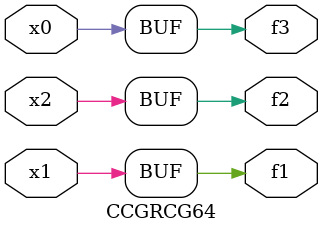
<source format=v>
module CCGRCG64(
	input x0, x1, x2,
	output f1, f2, f3
);
	assign f1 = x1;
	assign f2 = x2;
	assign f3 = x0;
endmodule

</source>
